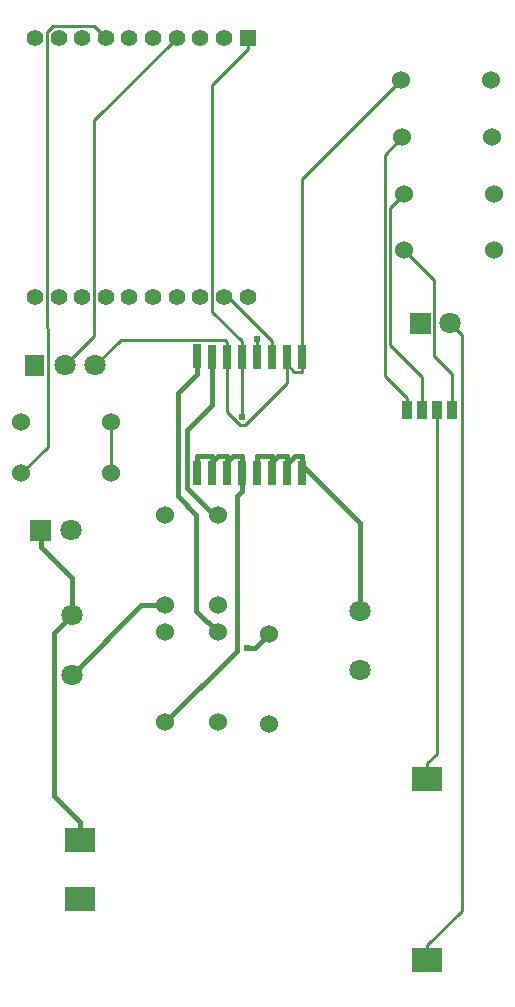
<source format=gtl>
G04 Layer: TopLayer*
G04 EasyEDA v6.4.25, 2021-11-26T11:29:21--8:00*
G04 ba2494323d054017aa17e43c7504b7a8,82b849d010ff45bfbede6d5bbb018b0e,10*
G04 Gerber Generator version 0.2*
G04 Scale: 100 percent, Rotated: No, Reflected: No *
G04 Dimensions in millimeters *
G04 leading zeros omitted , absolute positions ,4 integer and 5 decimal *
%FSLAX45Y45*%
%MOMM*%

%ADD10C,0.2540*%
%ADD11C,0.4000*%
%ADD12C,0.6100*%
%ADD13R,0.6500X2.0000*%
%ADD14C,1.4224*%
%ADD15R,1.4224X1.4224*%
%ADD16C,1.5240*%
%ADD17C,1.8000*%
%ADD20R,0.8890X1.6002*%

%LPD*%
D11*
X3060702Y4419597D02*
G01*
X2943557Y4302452D01*
X2872945Y4302452D01*
X2450950Y6768792D02*
G01*
X2450950Y6618754D01*
X2450950Y6618754D02*
G01*
X2289685Y6457490D01*
X2289685Y5583552D01*
X2447063Y5426174D01*
X2447063Y4614136D01*
X2628902Y4432297D01*
X2578864Y6767294D02*
G01*
X2578864Y6358557D01*
X2366850Y6146543D01*
X2366850Y5656882D01*
X2600835Y5422897D01*
X2628902Y5422897D01*
X2184402Y4660897D02*
G01*
X1980923Y4660897D01*
X1396011Y4075986D01*
X2832153Y5779208D02*
G01*
X2832153Y5629170D01*
X2832153Y5629170D02*
G01*
X2792402Y5589419D01*
X2792402Y4278297D01*
X2184402Y3670297D01*
X2832153Y5854240D02*
G01*
X2832153Y5779208D01*
X2832153Y5854240D02*
G01*
X2832153Y5929246D01*
X2704950Y5854037D02*
G01*
X2704950Y5872858D01*
X2761338Y5929246D01*
X2832153Y5929246D01*
X2704950Y5854037D02*
G01*
X2704950Y5929043D01*
X2704950Y5779005D02*
G01*
X2704950Y5854037D01*
X2577848Y5854316D02*
G01*
X2577848Y5873036D01*
X2633855Y5929043D01*
X2704950Y5929043D01*
X2577848Y5854316D02*
G01*
X2577848Y5929348D01*
X2577848Y5779284D02*
G01*
X2577848Y5854316D01*
X2450340Y5779488D02*
G01*
X2450340Y5929525D01*
X2450340Y5929525D02*
G01*
X2577670Y5929525D01*
X2577848Y5929348D01*
D10*
X2959254Y6765592D02*
G01*
X2959254Y6913877D01*
X965202Y5778497D02*
G01*
X1188849Y6002144D01*
X1188849Y7002421D01*
X1181102Y7010168D01*
X1181102Y9513567D01*
X1237261Y9569726D01*
X1579603Y9569726D01*
X1680212Y9469117D01*
X2705051Y6767395D02*
G01*
X2705051Y6895513D01*
X1587502Y6692897D02*
G01*
X1806221Y6911616D01*
X2688948Y6911616D01*
X2705051Y6895513D01*
X2705051Y6767395D02*
G01*
X2705051Y6301839D01*
X2818869Y6188021D01*
X2855318Y6188021D01*
X3213559Y6546263D01*
X3213559Y6702930D01*
X3340864Y6639684D02*
G01*
X3276805Y6639684D01*
X3213559Y6702930D01*
X4178302Y9105897D02*
G01*
X3340864Y8268459D01*
X3340864Y6767802D01*
X4403600Y3195571D02*
G01*
X4403600Y3325289D01*
X4403600Y3325289D02*
G01*
X4483102Y3404791D01*
X4483102Y6311897D01*
X3213559Y6766989D02*
G01*
X3213559Y6702930D01*
X3340864Y6767802D02*
G01*
X3340864Y6639684D01*
X2832661Y6257414D02*
G01*
X2832661Y6768005D01*
X2832661Y6768005D02*
G01*
X2832661Y6896122D01*
X2881632Y9469117D02*
G01*
X2881632Y9369879D01*
X2881632Y9369879D02*
G01*
X2580642Y9068889D01*
X2580642Y7148141D01*
X2832661Y6896122D01*
X4403600Y1655823D02*
G01*
X4403600Y1785541D01*
X4403600Y1785541D02*
G01*
X4694709Y2076650D01*
X4694709Y6951190D01*
X4597402Y7048497D01*
X1727202Y5778497D02*
G01*
X1727202Y6210297D01*
X3085746Y6896427D02*
G01*
X2712697Y7269477D01*
X2680972Y7269477D01*
X3085746Y6768284D02*
G01*
X3085746Y6896427D01*
D11*
X3340356Y5854240D02*
G01*
X3834411Y5360184D01*
X3834411Y4614085D01*
X3340356Y5854240D02*
G01*
X3340356Y5929246D01*
X3340356Y5779208D02*
G01*
X3340356Y5854240D01*
X3211959Y5854621D02*
G01*
X3286584Y5929246D01*
X3340356Y5929246D01*
X3211959Y5854621D02*
G01*
X3211959Y5929627D01*
X3211959Y5779589D02*
G01*
X3211959Y5854621D01*
X3086051Y5854418D02*
G01*
X3086051Y5873239D01*
X3142439Y5929627D01*
X3211959Y5929627D01*
X3086051Y5854418D02*
G01*
X3086051Y5929424D01*
X3086051Y5779386D02*
G01*
X3086051Y5854418D01*
X2958162Y5778802D02*
G01*
X2958162Y5928840D01*
X2958162Y5928840D02*
G01*
X2958746Y5929424D01*
X3086051Y5929424D01*
D10*
X4229102Y6311897D02*
G01*
X4229102Y6420025D01*
X4191002Y8623297D02*
G01*
X4044571Y8476866D01*
X4044571Y6604556D01*
X4229102Y6420025D01*
X4356102Y6311897D02*
G01*
X4356102Y6591500D01*
X4085465Y6862137D01*
X4085465Y8022460D01*
X4203702Y8140697D01*
X4203702Y7670797D02*
G01*
X4461537Y7412962D01*
X4461537Y6772094D01*
X4610102Y6623530D01*
X4610102Y6311897D01*
D11*
X1463804Y2675633D02*
G01*
X1463804Y2827271D01*
X1463804Y2827271D02*
G01*
X1244272Y3046803D01*
X1244272Y4424245D01*
X1396011Y4575985D01*
X1130302Y5295897D02*
G01*
X1130302Y5155867D01*
X1396011Y4575985D02*
G01*
X1396011Y4890157D01*
X1130302Y5155867D01*
D10*
X1333502Y6692897D02*
G01*
X1579882Y6939277D01*
X1579882Y8769347D01*
X2279652Y9469117D01*
D13*
G01*
X3340354Y5779211D03*
G01*
X3211956Y5779592D03*
G01*
X3086049Y5779388D03*
G01*
X2958160Y5778804D03*
G01*
X2832150Y5779211D03*
G01*
X2704947Y5779007D03*
G01*
X2577845Y5779287D03*
G01*
X2450338Y5779490D03*
G01*
X2450947Y6768795D03*
G01*
X2578861Y6767296D03*
G01*
X2705049Y6767398D03*
G01*
X2832658Y6768007D03*
G01*
X2959252Y6765594D03*
G01*
X3085744Y6768287D03*
G01*
X3213557Y6766991D03*
G01*
X3340861Y6767804D03*
D14*
G01*
X1080770Y9469120D03*
G01*
X1281429Y9469120D03*
G01*
X1479550Y9469120D03*
G01*
X1680210Y9469120D03*
G01*
X1880870Y9469120D03*
G01*
X2081529Y9469120D03*
G01*
X2279650Y9469120D03*
G01*
X2480309Y9469120D03*
G01*
X2680970Y9469120D03*
D15*
G01*
X2881629Y9469120D03*
D14*
G01*
X1080770Y7269479D03*
G01*
X1281429Y7269479D03*
G01*
X1479550Y7269479D03*
G01*
X1680210Y7269479D03*
G01*
X1880870Y7269479D03*
G01*
X2081529Y7269479D03*
G01*
X2279650Y7269479D03*
G01*
X2480309Y7269479D03*
G01*
X2680970Y7269479D03*
G01*
X2881629Y7269479D03*
D16*
G01*
X965200Y6210300D03*
G01*
X1727200Y6210300D03*
D17*
G01*
X1384300Y5295900D03*
G36*
X1040300Y5385899D02*
G01*
X1220299Y5385899D01*
X1220299Y5205900D01*
X1040300Y5205900D01*
G37*
G01*
X4597400Y7048500D03*
G36*
X4253400Y7138499D02*
G01*
X4433399Y7138499D01*
X4433399Y6958500D01*
X4253400Y6958500D01*
G37*
G36*
X4276597Y3297173D02*
G01*
X4530597Y3297173D01*
X4530597Y3093973D01*
X4276597Y3093973D01*
G37*
G36*
X4276597Y1757426D02*
G01*
X4530597Y1757426D01*
X4530597Y1554226D01*
X4276597Y1554226D01*
G37*
G36*
X1336802Y2777236D02*
G01*
X1590802Y2777236D01*
X1590802Y2574036D01*
X1336802Y2574036D01*
G37*
G36*
X1336802Y2277363D02*
G01*
X1590802Y2277363D01*
X1590802Y2074163D01*
X1336802Y2074163D01*
G37*
D20*
G01*
X4483100Y6311900D03*
G01*
X4610100Y6311900D03*
G01*
X4356100Y6311900D03*
G01*
X4229100Y6311900D03*
D17*
G01*
X1587500Y6692900D03*
G01*
X1333500Y6692900D03*
G36*
X1000760Y6782899D02*
G01*
X1158239Y6782899D01*
X1158239Y6602900D01*
X1000760Y6602900D01*
G37*
G01*
X1396009Y4575987D03*
G01*
X1396009Y4075988D03*
G01*
X3834409Y4614087D03*
G01*
X3834409Y4114088D03*
D16*
G01*
X4178300Y9105900D03*
G01*
X4940300Y9105900D03*
G01*
X4191000Y8623300D03*
G01*
X4953000Y8623300D03*
G01*
X4203700Y8140700D03*
G01*
X4965700Y8140700D03*
G01*
X4203700Y7670800D03*
G01*
X4965700Y7670800D03*
G01*
X2184400Y5422900D03*
G01*
X2184400Y4660900D03*
G01*
X2628900Y5422900D03*
G01*
X2628900Y4660900D03*
G01*
X2184400Y4432300D03*
G01*
X2184400Y3670300D03*
G01*
X2628900Y4432300D03*
G01*
X2628900Y3670300D03*
G01*
X3060700Y4419600D03*
G01*
X3060700Y3657600D03*
G01*
X965200Y5778500D03*
G01*
X1727200Y5778500D03*
D12*
G01*
X2872943Y4302455D03*
G01*
X2959252Y6913879D03*
G01*
X2832658Y6257417D03*
M02*

</source>
